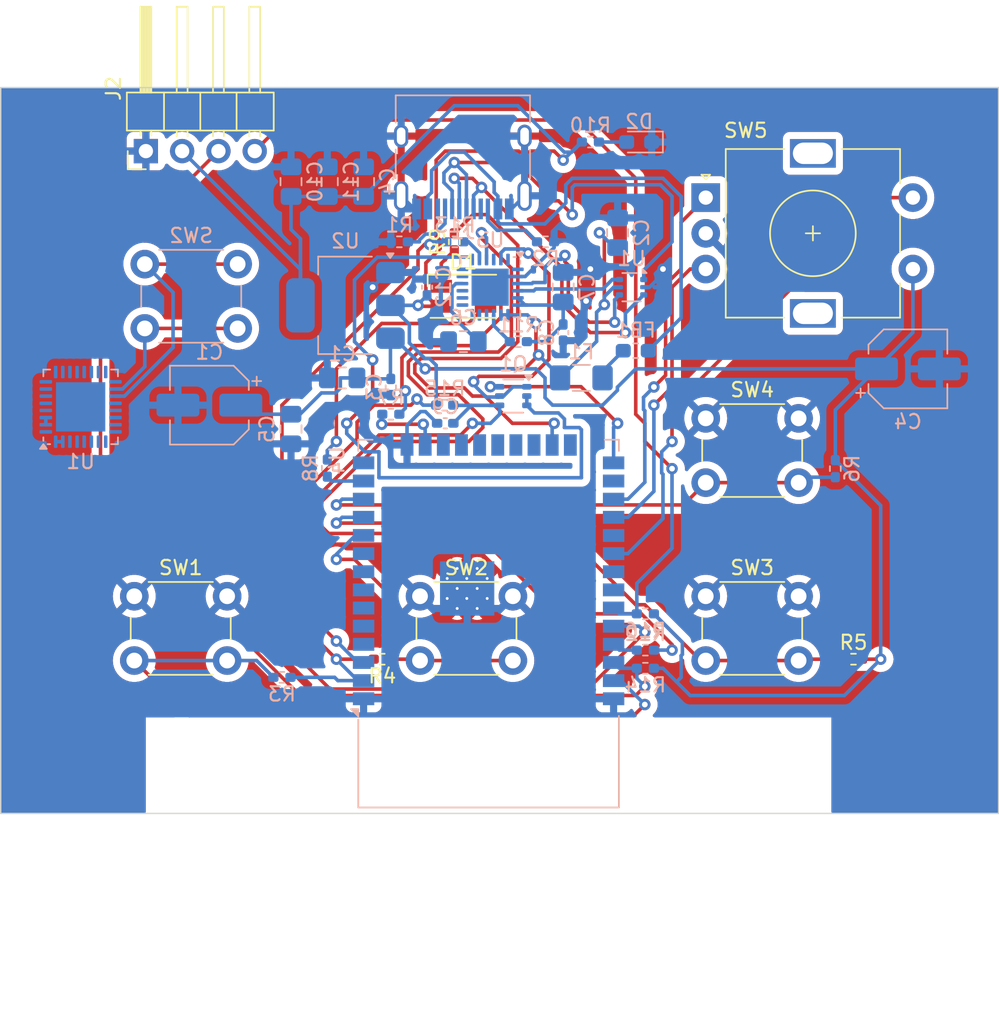
<source format=kicad_pcb>
(kicad_pcb (version 20240108) (generator "pcbnew") (generator_version "8.0")
  (layers (0 "F.Cu" signal) (31 "B.Cu" signal) (34 "B.Paste" user) (35 "F.Paste" user) (36 "B.SilkS" user "B.Silkscreen") (37 "F.SilkS" user "F.Silkscreen") (38 "B.Mask" user) (39 "F.Mask" user) (44 "Edge.Cuts" user))
  (net 0 "")
  (net 1 "Net-(U1-VDD_SPI{slash}GPIO11)")
  (net 2 "Net-(U1-SPIHD{slash}GPIO12)")
  (net 7 "Net-(U1-VDD3P3-Pad2)")
  (net 28 "Net-(U1-VDDA-Pad31)")
  (net 32 "+5V")
  (net 33 "GND")
  (net 34 "+3.3VA")
  (net 35 "Net-(U3-VPP)")
  (net 36 "+3.3V")
  (net 37 "/EN")
  (net 38 "Net-(F1-Pad1)")
  (net 39 "+5VP")
  (net 40 "Net-(J1-CC1)")
  (net 41 "Net-(J1-D--PadA7)")
  (net 42 "Net-(J1-CC2)")
  (net 43 "Net-(J1-D+-PadA6)")
  (net 46 "/SDA")
  (net 47 "/SCL")
  (net 48 "/DTR")
  (net 49 "/RTS")
  (net 50 "/IO0")
  (net 51 "Net-(U3-~{RST})")
  (net 52 "Net-(U3-TXD)")
  (net 53 "/RX")
  (net 54 "Net-(U3-RXD)")
  (net 55 "/TX")
  (net 56 "/LED_R")
  (net 57 "/LED_G")
  (net 58 "/LED_B")
  (net 59 "/Button1")
  (net 60 "/Button2")
  (net 61 "/Button3")
  (net 62 "/Button4")
  (net 63 "/RotaryEncoderSwitch")
  (net 64 "/RotaryCLK")
  (net 65 "/RotaryDT")
  (net 66 "Net-(U3-D+)")
  (net 67 "Net-(U3-D-)")
  (net 79 "Net-(D1-GK)")
  (net 80 "Net-(D1-BK)")
  (net 81 "Net-(D1-RK)")
  (net 82 "Net-(D2-A)")
  (footprint "Resistor_SMD:R_0402_1005Metric_Pad0.72x0.64mm_HandSolder" (layer "F.Cu") (at 180.34 65.405)
    (property "Reference" "R5")
    (property "Value" "4k7")
  )
  (footprint "LED_SMD:LED_RGB_Wuerth-PLCC4_3.2x2.8mm_150141M173100" (layer "F.Cu") (at 153.035 40.005)
    (property "Reference" "D1")
    (property "Value" "LED_RGBA")
  )
  (footprint "Button_Switch_THT:SW_PUSH_6mm_H4.3mm" (layer "F.Cu") (at 170 61)
    (property "Reference" "SW3")
    (property "Value" "SW_SPST")
  )
  (footprint "Button_Switch_THT:SW_PUSH_6mm_H4.3mm" (layer "F.Cu") (at 130 61)
    (property "Reference" "SW1")
    (property "Value" "SW_SPST")
  )
  (footprint "Button_Switch_THT:SW_PUSH_6mm_H4.3mm" (layer "F.Cu") (at 150 61)
    (property "Reference" "SW2")
    (property "Value" "SW_SPST")
  )
  (footprint "Resistor_SMD:R_0402_1005Metric_Pad0.72x0.64mm_HandSolder" (layer "F.Cu") (at 152.4 36.195 90)
    (property "Reference" "R9")
    (property "Value" "1K")
  )
  (footprint "Button_Switch_THT:SW_PUSH_6mm_H4.3mm" (layer "F.Cu") (at 170 48.55)
    (property "Reference" "SW4")
    (property "Value" "SW_SPST")
  )
  (footprint "Connector_PinHeader_2.54mm:PinHeader_1x04_P2.54mm_Horizontal" (layer "F.Cu") (at 130.81 29.845 90)
    (property "Reference" "J2")
    (property "Value" "Conn_01x04")
  )
  (footprint "Resistor_SMD:R_0402_1005Metric_Pad0.72x0.64mm_HandSolder" (layer "F.Cu") (at 147.3575 65.405 180)
    (property "Reference" "R4")
    (property "Value" "4k7")
  )
  (footprint "Rotary_Encoder:RotaryEncoder_Alps_EC11E-Switch_Vertical_H20mm" (layer "F.Cu") (at 170 33.1)
    (property "Reference" "SW5")
    (property "Value" "RotaryEncoder_Switch")
  )
  (footprint "RF_Module:ESP32-WROOM-32D" (layer "B.Cu") (at 154.8 59.925)
    (property "Reference" "U4")
    (property "Value" "ESP32-WROOM-32D")
  )
  (footprint "Resistor_SMD:R_0402_1005Metric_Pad0.72x0.64mm_HandSolder" (layer "B.Cu") (at 151.7275 47.625 180)
    (property "Reference" "R15")
    (property "Value" "10k")
  )
  (footprint "Package_DFN_QFN:QFN-24-1EP_4x4mm_P0.5mm_EP2.6x2.6mm" (layer "B.Cu") (at 154.9075 39.37 180)
    (property "Reference" "U3")
    (property "Value" "CP2104")
  )
  (footprint "Capacitor_SMD:CP_Elec_5x5.4" (layer "B.Cu") (at 184.15 45.085)
    (property "Reference" "C4")
    (property "Value" "22u")
  )
  (footprint "Resistor_SMD:R_0402_1005Metric_Pad0.72x0.64mm_HandSolder" (layer "B.Cu") (at 143.51 52.0325 -90)
    (property "Reference" "R8")
    (property "Value" "1K")
  )
  (footprint "Resistor_SMD:R_0402_1005Metric_Pad0.72x0.64mm_HandSolder" (layer "B.Cu") (at 152.4375 36.195 180)
    (property "Reference" "R13")
    (property "Value" "22R")
  )
  (footprint "Resistor_SMD:R_0402_1005Metric_Pad0.72x0.64mm_HandSolder" (layer "B.Cu") (at 165.7725 64.77 180)
    (property "Reference" "R12")
    (property "Value" "22R")
  )
  (footprint "Resistor_SMD:R_0402_1005Metric_Pad0.72x0.64mm_HandSolder" (layer "B.Cu") (at 148.5525 36.195 180)
    (property "Reference" "R1")
    (property "Value" "5k1")
  )
  (footprint "Package_TO_SOT_SMD:SOT-223-3_TabPin2" (layer "B.Cu") (at 144.78 40.64 180)
    (property "Reference" "U2")
    (property "Value" "LM1117MP-3.3")
  )
  (footprint "Capacitor_SMD:C_0402_1005Metric_Pad0.74x0.62mm_HandSolder" (layer "B.Cu") (at 151.765 48.895 180)
    (property "Reference" "C9")
    (property "Value" "100n")
  )
  (footprint "Capacitor_SMD:CP_Elec_5x5.4" (layer "B.Cu") (at 135.255 47.625 180)
    (property "Reference" "C1")
    (property "Value" "22u")
  )
  (footprint "Inductor_SMD:L_0603_1608Metric_Pad1.05x0.95mm_HandSolder" (layer "B.Cu") (at 165.1 43.815 180)
    (property "Reference" "FB1")
    (property "Value" "BLM21PG221")
  )
  (footprint "Capacitor_SMD:C_0805_2012Metric_Pad1.18x1.45mm_HandSolder" (layer "B.Cu") (at 146.05 31.9825 90)
    (property "Reference" "C4")
    (property "Value" "22u")
  )
  (footprint "Capacitor_SMD:C_0402_1005Metric_Pad0.74x0.62mm_HandSolder" (layer "B.Cu") (at 150.495 39.37 90)
    (property "Reference" "C12")
    (property "Value" "100n")
  )
  (footprint "Resistor_SMD:R_0402_1005Metric_Pad0.72x0.64mm_HandSolder" (layer "B.Cu") (at 161.925 29.21 180)
    (property "Reference" "R10")
    (property "Value" "1K")
  )
  (footprint "LED_SMD:LED_0603_1608Metric_Pad1.05x0.95mm_HandSolder" (layer "B.Cu") (at 165.34 29.21 180)
    (property "Reference" "D2")
    (property "Value" "LED")
  )
  (footprint "Connector_USB:USB_C_Receptacle_HRO_TYPE-C-31-M-12" (layer "B.Cu") (at 153 29.845)
    (property "Reference" "J1")
    (property "Value" "USB_C_Receptacle_USB2.0_16P")
  )
  (footprint "Capacitor_SMD:C_0402_1005Metric_Pad0.74x0.62mm_HandSolder" (layer "B.Cu") (at 160.02 42.545 -90)
    (property "Reference" "C8")
    (property "Value" "100n")
  )
  (footprint "Resistor_SMD:R_0402_1005Metric_Pad0.72x0.64mm_HandSolder" (layer "B.Cu") (at 179.07 52.07 90)
    (property "Reference" "R6")
    (property "Value" "4k7")
  )
  (footprint "Fuse:Fuse_1206_3216Metric_Pad1.42x1.75mm_HandSolder" (layer "B.Cu") (at 161.29 45.72 180)
    (property "Reference" "F1")
    (property "Value" "Polyfuse_1A")
  )
  (footprint "Resistor_SMD:R_0402_1005Metric_Pad0.72x0.64mm_HandSolder" (layer "B.Cu") (at 147.955 48.26 180)
    (property "Reference" "R7")
    (property "Value" "1K")
  )
  (footprint "Capacitor_SMD:C_0402_1005Metric_Pad0.74x0.62mm_HandSolder" (layer "B.Cu") (at 147.955 46.355 -90)
    (property "Reference" "C3")
    (property "Value" "100n")
  )
  (footprint "Capacitor_SMD:C_0805_2012Metric_Pad1.18x1.45mm_HandSolder" (layer "B.Cu") (at 153.035 43.18 180)
    (property "Reference" "C6")
    (property "Value" "4u7")
  )
  (footprint "Capacitor_SMD:C_0805_2012Metric_Pad1.18x1.45mm_HandSolder" (layer "B.Cu") (at 144.5475 45.72 180)
    (property "Reference" "C1")
    (property "Value" "22u")
  )
  (footprint "Capacitor_SMD:C_0805_2012Metric_Pad1.18x1.45mm_HandSolder" (layer "B.Cu") (at 140.97 49.2975 -90)
    (property "Reference" "C5")
    (property "Value" "4u7")
  )
  (footprint "Resistor_SMD:R_0402_1005Metric_Pad0.72x0.64mm_HandSolder" (layer "B.Cu") (at 165.7725 62.23)
    (property "Reference" "R16")
    (property "Value" "4k7")
  )
  (footprint "Package_DFN_QFN:QFN-32-1EP_5x5mm_P0.5mm_EP3.45x3.45mm" (layer "B.Cu") (at 126.245 47.745)
    (property "Reference" "U1")
    (property "Value" "ESP32-C3")
  )
  (footprint "Resistor_SMD:R_0402_1005Metric_Pad0.72x0.64mm_HandSolder" (layer "B.Cu") (at 158.7875 36.195)
    (property "Reference" "R2")
    (property "Value" "5k1")
  )
  (footprint "Capacitor_SMD:C_0805_2012Metric_Pad1.18x1.45mm_HandSolder" (layer "B.Cu") (at 163.83 35.56 90)
    (property "Reference" "C2")
    (property "Value" "22u")
  )
  (footprint "Resistor_SMD:R_0402_1005Metric_Pad0.72x0.64mm_HandSolder" (layer "B.Cu") (at 165.7725 66.04)
    (property "Reference" "R14")
    (property "Value" "4k7")
  )
  (footprint "Resistor_SMD:R_0402_1005Metric_Pad0.72x0.64mm_HandSolder" (layer "B.Cu") (at 156.8825 43.18 180)
    (property "Reference" "R11")
    (property "Value" "10K")
  )
  (footprint "Capacitor_SMD:C_0805_2012Metric_Pad1.18x1.45mm_HandSolder" (layer "B.Cu") (at 160.02 39.37 90)
    (property "Reference" "C7")
    (property "Value" "22u")
  )
  (footprint "Capacitor_SMD:C_0805_2012Metric_Pad1.18x1.45mm_HandSolder" (layer "B.Cu") (at 143.51 31.9825 90)
    (property "Reference" "C11")
    (property "Value" "22u")
  )
  (footprint "Resistor_SMD:R_0402_1005Metric_Pad0.72x0.64mm_HandSolder" (layer "B.Cu") (at 140.335 66.675)
    (property "Reference" "R3")
    (property "Value" "4k7")
  )
  (footprint "Capacitor_SMD:C_0805_2012Metric_Pad1.18x1.45mm_HandSolder" (layer "B.Cu") (at 140.97 31.9825 90)
    (property "Reference" "C10")
    (property "Value" "22u")
  )
  (footprint "Package_TO_SOT_SMD:SOT-666" (layer "B.Cu") (at 164.81 39.37 180)
    (property "Reference" "U1")
    (property "Value" "USBLC6-2P6")
  )
  (footprint "Button_Switch_THT:SW_PUSH_6mm" (layer "B.Cu") (at 137.235 37.755 180)
    (property "Reference" "SW2")
    (property "Value" "SW_Push")
  )
  (footprint "Package_TO_SOT_SMD:SOT-363_SC-70-6" (layer "B.Cu") (at 156.525 46.99 180)
    (property "Reference" "Q1")
    (property "Value" "UMH3N")
  )
  (gr_rect (start 120.65 25.4) (end 190.5 76.2) (stroke (width 0.1)) (fill none) (layer "Edge.Cuts"))
  (segment (start 137.235 42.255) (end 130.735 42.255) (width 0.25) (layer "F.Cu") (net 1))
  (segment (start 128.6825 46.495) (end 129.16974 46.495) (width 0.25) (layer "B.Cu") (net 1))
  (segment (start 130.735 44.92974) (end 130.735 42.255) (width 0.25) (layer "B.Cu") (net 1))
  (segment (start 129.16974 46.495) (end 130.735 44.92974) (width 0.25) (layer "B.Cu") (net 1))
  (segment (start 137.235 37.755) (end 130.735 37.755) (width 0.25) (layer "F.Cu") (net 2))
  (segment (start 132.715 43.586136) (end 132.715 39.735) (width 0.25) (layer "B.Cu") (net 2))
  (segment (start 128.6825 46.995) (end 129.306136 46.995) (width 0.25) (layer "B.Cu") (net 2))
  (segment (start 132.715 39.735) (end 130.735 37.755) (width 0.25) (layer "B.Cu") (net 2))
  (segment (start 129.306136 46.995) (end 132.715 43.586136) (width 0.25) (layer "B.Cu") (net 2))
  (segment (start 123.8075 48.495) (end 123.8075 48.995) (width 0.25) (layer "B.Cu") (net 7))
  (segment (start 124.495 50.1825) (end 124.995 50.1825) (width 0.25) (layer "B.Cu") (net 28))
  (segment (start 157.330158 45.085) (end 158.298297 44.116861) (width 0.25) (layer "F.Cu") (net 32))
  (segment (start 158.115 43.933564) (end 158.298297 44.116861) (width 0.25) (layer "F.Cu") (net 32))
  (segment (start 158.115 41.91) (end 158.115 43.933564) (width 0.25) (layer "F.Cu") (net 32))
  (segment (start 150.36 45.085) (end 157.330158 45.085) (width 0.25) (layer "F.Cu") (net 32))
  (segment (start 162.900384 35.900384) (end 162.900384 40.588683) (width 0.25) (layer "F.Cu") (net 32))
  (segment (start 162.56 35.56) (end 162.900384 35.900384) (width 0.25) (layer "F.Cu") (net 32))
  (via (at 162.900384 40.588683) (size 0.8) (drill 0.4) (layers "F.Cu" "B.Cu") (net 32))
  (via (at 162.56 35.56) (size 0.8) (drill 0.4) (layers "F.Cu" "B.Cu") (net 32))
  (via (at 158.298297 44.116861) (size 0.8) (drill 0.4) (layers "F.Cu" "B.Cu") (net 32))
  (via (at 150.36 45.085) (size 0.8) (drill 0.4) (layers "F.Cu" "B.Cu") (net 32))
  (via (at 158.115 41.91) (size 0.8) (drill 0.4) (layers "F.Cu" "B.Cu") (net 32))
  (segment (start 159.8025 45.72) (end 159.8025 45.621064) (width 0.25) (layer "B.Cu") (net 32))
  (segment (start 162.900384 40.029617) (end 163.560001 39.37) (width 0.25) (layer "B.Cu") (net 32))
  (segment (start 156.1575 41.3075) (end 155.6575 41.3075) (width 0.25) (layer "B.Cu") (net 32))
  (segment (start 144.4225 45.72) (end 144.4225 46.4401) (width 0.25) (layer "B.Cu") (net 32))
  (segment (start 162.900384 40.588683) (end 162.900384 40.029617) (width 0.25) (layer "B.Cu") (net 32))
  (segment (start 157.5125 41.3075) (end 158.115 41.91) (width 0.25) (layer "B.Cu") (net 32))
  (segment (start 147.93 45.7625) (end 147.955 45.7875) (width 0.25) (layer "B.Cu") (net 32))
  (segment (start 140.97 48.26) (end 138.09 48.26) (width 0.25) (layer "B.Cu") (net 32))
  (segment (start 163.5975 36.5975) (end 163.83 36.5975) (width 0.25) (layer "B.Cu") (net 32))
  (segment (start 143.095 46.77) (end 141.605 48.26) (width 0.25) (layer "B.Cu") (net 32))
  (segment (start 138.09 48.26) (end 137.455 47.625) (width 0.25) (layer "B.Cu") (net 32))
  (segment (start 162.36 43.1625) (end 159.8025 45.72) (width 0.25) (layer "B.Cu") (net 32))
  (segment (start 145.585 45.72) (end 144.4225 45.72) (width 0.25) (layer "B.Cu") (net 32))
  (segment (start 145.6525 45.7875) (end 145.585 45.72) (width 0.25) (layer "B.Cu") (net 32))
  (segment (start 162.56 35.56) (end 163.5975 36.5975) (width 0.25) (layer "B.Cu") (net 32))
  (segment (start 159.8025 45.621064) (end 158.298297 44.116861) (width 0.25) (layer "B.Cu") (net 32))
  (segment (start 147.955 45.7875) (end 145.6525 45.7875) (width 0.25) (layer "B.Cu") (net 32))
  (segment (start 162.900384 40.588683) (end 162.36 41.129067) (width 0.25) (layer "B.Cu") (net 32))
  (segment (start 144.0926 46.77) (end 143.095 46.77) (width 0.25) (layer "B.Cu") (net 32))
  (segment (start 156.1575 41.3075) (end 157.5125 41.3075) (width 0.25) (layer "B.Cu") (net 32))
  (segment (start 150.36 45.085) (end 148.215 42.94) (width 0.25) (layer "B.Cu") (net 32))
  (segment (start 148.215 42.94) (end 147.93 42.94) (width 0.25) (layer "B.Cu") (net 32))
  (segment (start 163.560001 39.37) (end 163.885 39.37) (width 0.25) (layer "B.Cu") (net 32))
  (segment (start 162.36 41.129067) (end 162.36 43.1625) (width 0.25) (layer "B.Cu") (net 32))
  (segment (start 147.93 42.94) (end 147.93 45.7625) (width 0.25) (layer "B.Cu") (net 32))
  (segment (start 144.4225 46.4401) (end 144.0926 46.77) (width 0.25) (layer "B.Cu") (net 32))
  (segment (start 141.605 48.26) (end 140.97 48.26) (width 0.25) (layer "B.Cu") (net 32))
  (via (at 167.005 38.1) (size 0.8) (drill 0.4) (layers "F.Cu" "B.Cu") (net 33))
  (via (at 146.685 39.37) (size 0.8) (drill 0.4) (layers "F.Cu" "B.Cu") (net 33))
  (via (at 161.624643 40.332393) (size 0.8) (drill 0.4) (layers "F.Cu" "B.Cu") (net 33))
  (via (at 161.925 38.1) (size 0.8) (drill 0.4) (layers "F.Cu" "B.Cu") (net 33))
  (segment (start 156.405 33.89) (end 157.32 32.975) (width 0.25) (layer "B.Cu") (net 33))
  (segment (start 147.715 38.34) (end 146.685 39.37) (width 0.25) (layer "B.Cu") (net 33))
  (segment (start 167.005 38.424999) (end 167.005 38.1) (width 0.25) (layer "B.Cu") (net 33))
  (segment (start 149.09 50.415) (end 149.09 49.03) (width 0.25) (layer "B.Cu") (net 33))
  (segment (start 166.059999 39.37) (end 167.005 38.424999) (width 0.25) (layer "B.Cu") (net 33))
  (segment (start 147.93 38.34) (end 147.715 38.34) (width 0.25) (layer "B.Cu") (net 33))
  (segment (start 150.045 48.075) (end 150.3775 48.075) (width 0.25) (layer "B.Cu") (net 33))
  (segment (start 156.25 33.89) (end 156.405 33.89) (width 0.25) (layer "B.Cu") (net 33))
  (segment (start 159.385 36.6) (end 159.385 36.195) (width 0.25) (layer "B.Cu") (net 33))
  (segment (start 149.75 33.89) (end 149.595 33.89) (width 0.25) (layer "B.Cu") (net 33))
  (segment (start 150.3775 48.075) (end 151.1975 48.895) (width 0.25) (layer "B.Cu") (net 33))
  (segment (start 165.735 39.37) (end 166.059999 39.37) (width 0.25) (layer "B.Cu") (net 33))
  (segment (start 156.845 38.62) (end 157.365 38.62) (width 0.25) (layer "B.Cu") (net 33))
  (segment (start 156.845 38.62) (end 155.6575 38.62) (width 0.25) (layer "B.Cu") (net 33))
  (segment (start 149.09 49.03) (end 150.045 48.075) (width 0.25) (layer "B.Cu") (net 33))
  (segment (start 157.365 38.62) (end 159.385 36.6) (width 0.25) (layer "B.Cu") (net 33))
  (segment (start 149.595 33.89) (end 148.68 32.975) (width 0.25) (layer "B.Cu") (net 33))
  (segment (start 155.6575 38.62) (end 154.9075 39.37) (width 0.25) (layer "B.Cu") (net 33))
  (segment (start 158.8175 43.18) (end 160.02 41.9775) (width 0.25) (layer "B.Cu") (net 34))
  (segment (start 159.405 40.62) (end 157.48 40.62) (width 0.25) (layer "B.Cu") (net 34))
  (segment (start 160.02 40.4075) (end 159.6175 40.4075) (width 0.25) (layer "B.Cu") (net 34))
  (segment (start 157.48 40.62) (end 157.345 40.62) (width 0.25) (layer "B.Cu") (net 34))
  (segment (start 157.48 40.62) (end 156.845 40.62) (width 0.25) (layer "B.Cu") (net 34))
  (segment (start 160.02 40.4075) (end 160.02 41.9775) (width 0.25) (layer "B.Cu") (net 34))
  (segment (start 159.6175 40.4075) (end 159.405 40.62) (width 0.25) (layer "B.Cu") (net 34))
  (segment (start 157.48 43.18) (end 158.8175 43.18) (width 0.25) (layer "B.Cu") (net 34))
  (segment (start 157.345 40.62) (end 156.845 40.12) (width 0.25) (layer "B.Cu") (net 34))
  (segment (start 152.8025 41.91) (end 152.8025 41.6775) (width 0.25) (layer "B.Cu") (net 35))
  (segment (start 154.0725 43.18) (end 152.8025 41.91) (width 0.25) (layer "B.Cu") (net 35))
  (segment (start 152.2325 39.39526) (end 152.50776 39.12) (width 0.25) (layer "B.Cu") (net 35))
  (segment (start 152.8025 41.6775) (end 152.2325 41.1075) (width 0.25) (layer "B.Cu") (net 35))
  (segment (start 152.50776 39.12) (end 152.97 39.12) (width 0.25) (layer "B.Cu") (net 35))
  (segment (start 152.2325 41.1075) (end 152.2325 39.39526) (width 0.25) (layer "B.Cu") (net 35))
  (segment (start 140.97 54.61) (end 140.97 62.23) (width 0.25) (layer "F.Cu") (net 36))
  (segment (start 159.385 29.845) (end 160.02 30.48) (width 0.25) (layer "F.Cu") (net 36))
  (segment (start 145.595 48.806396) (end 145.595 49.985) (width 0.25) (layer "F.Cu") (net 36))
  (segment (start 151.185 40.705) (end 150.41 39.93) (width 0.25) (layer "F.Cu") (net 36))
  (segment (start 140.97 62.23) (end 144.145 65.405) (width 0.25) (layer "F.Cu") (net 36))
  (segment (start 151.402653 36.077348) (end 151.13 35.804695) (width 0.25) (layer "F.Cu") (net 36))
  (segment (start 180.9375 65.405) (end 182.245 65.405) (width 0.25) (layer "F.Cu") (net 36))
  (segment (start 145.595 49.985) (end 140.97 54.61) (width 0.25) (layer "F.Cu") (net 36))
  (segment (start 151.13 30.48) (end 151.765 29.845) (width 0.25) (layer "F.Cu") (net 36))
  (segment (start 149.787443 47.199449) (end 149.361892 47.625) (width 0.25) (layer "F.Cu") (net 36))
  (segment (start 151.402653 36.677958) (end 151.402653 36.077348) (width 0.25) (layer "F.Cu") (net 36))
  (segment (start 157.661726 29.92) (end 157.736726 29.845) (width 0.25) (layer "F.Cu") (net 36))
  (segment (start 157.736726 29.845) (end 159.385 29.845) (width 0.25) (layer "F.Cu") (net 36))
  (segment (start 151.765 29.845) (end 156.903274 29.845) (width 0.25) (layer "F.Cu") (net 36))
  (segment (start 150.41 37.670611) (end 151.402653 36.677958) (width 0.25) (layer "F.Cu") (net 36))
  (segment (start 146.776396 47.625) (end 145.595 48.806396) (width 0.25) (layer "F.Cu") (net 36))
  (segment (start 151.13 35.804695) (end 151.13 30.48) (width 0.25) (layer "F.Cu") (net 36))
  (segment (start 144.145 65.405) (end 146.76 65.405) (width 0.25) (layer "F.Cu") (net 36))
  (segment (start 151.485 40.705) (end 149.925 40.705) (width 0.25) (layer "F.Cu") (net 36))
  (segment (start 149.361892 47.625) (end 146.776396 47.625) (width 0.25) (layer "F.Cu") (net 36))
  (segment (start 156.903274 29.845) (end 156.978274 29.92) (width 0.25) (layer "F.Cu") (net 36))
  (segment (start 156.978274 29.92) (end 157.661726 29.92) (width 0.25) (layer "F.Cu") (net 36))
  (segment (start 149.925 40.705) (end 149.86 40.64) (width 0.25) (layer "F.Cu") (net 36))
  (segment (start 150.41 39.93) (end 150.41 37.670611) (width 0.25) (layer "F.Cu") (net 36))
  (segment (start 151.485 40.705) (end 151.185 40.705) (width 0.25) (layer "F.Cu") (net 36))
  (via (at 182.245 65.405) (size 0.8) (drill 0.4) (layers "F.Cu" "B.Cu") (net 36))
  (via (at 149.787443 47.199449) (size 0.8) (drill 0.4) (layers "F.Cu" "B.Cu") (net 36))
  (via (at 144.145 65.405) (size 0.8) (drill 0.4) (layers "F.Cu" "B.Cu") (net 36))
  (via (at 160.02 30.48) (size 0.8) (drill 0.4) (layers "F.Cu" "B.Cu") (net 36))
  (via (at 149.86 40.64) (size 0.8) (drill 0.4) (layers "F.Cu" "B.Cu") (net 36))
  (segment (start 150.33995 44.36) (end 149.255 43.27505) (width 0.25) (layer "B.Cu") (net 36))
  (segment (start 149.86 40.5725) (end 150.495 39.9375) (width 0.25) (layer "B.Cu") (net 36))
  (segment (start 146.05 66.905) (end 145.645 66.905) (width 0.25) (layer "B.Cu") (net 36))
  (segment (start 151.13 45.085) (end 151.13 47.625) (width 0.25) (layer "B.Cu") (net 36))
  (segment (start 168.91 67.945) (end 179.705 67.945) (width 0.25) (layer "B.Cu") (net 36))
  (segment (start 167.9575 66.9925) (end 168.91 67.945) (width 0.25) (layer "B.Cu") (net 36))
  (segment (start 149.255 41.965) (end 147.93 40.64) (width 0.25) (layer "B.Cu") (net 36))
  (segment (start 133.35 29.845) (end 141.63 38.125) (width 0.25) (layer "B.Cu") (net 36))
  (segment (start 168.275 65.160305) (end 168.275 66.675) (width 0.25) (layer "B.Cu") (net 36))
  (segment (start 161.3275 29.21) (end 161.29 29.21) (width 0.25) (layer "B.Cu") (net 36))
  (segment (start 168.365 65.070305) (end 168.275 65.160305) (width 0.25) (layer "B.Cu") (net 36))
  (segment (start 151.13 45.085) (end 151.13 44.829695) (width 0.25) (layer "B.Cu") (net 36))
  (segment (start 152.4 26.67) (end 146.05 33.02) (width 0.25) (layer "B.Cu") (net 36))
  (segment (start 140.9325 66.675) (end 144.02 66.675) (width 0.25) (layer "B.Cu") (net 36))
  (segment (start 144.25 66.905) (end 146.05 66.905) (width 0.25) (layer "B.Cu") (net 36))
  (segment (start 143.51 33.02) (end 140.97 33.02) (width 0.25) (layer "B.Cu") (net 36))
  (segment (start 166.37 66.04) (end 167.005 66.04) (width 0.25) (layer "B.Cu") (net 36))
  (segment (start 181.95 45.085) (end 184.5 42.535) (width 0.25) (layer "B.Cu") (net 36))
  (segment (start 179.07 51.4725) (end 182.245 54.6475) (width 0.25) (layer "B.Cu") (net 36))
  (segment (start 165.1 45.085) (end 181.95 45.085) (width 0.25) (layer "B.Cu") (net 36))
  (segment (start 160.095 29.92) (end 156.845 26.67) (width 0.25) (layer "B.Cu") (net 36))
  (segment (start 161.29 29.21) (end 160.02 30.48) (width 0.25) (layer "B.Cu") (net 36))
  (segment (start 150.212994 47.625) (end 149.787443 47.199449) (width 0.25) (layer "B.Cu") (net 36))
  (segment (start 149.7925 40.64) (end 149.86 40.64) (width 0.25) (layer "B.Cu") (net 36))
  (segment (start 184.5 42.535) (end 184.5 38.1) (width 0.25) (layer "B.Cu") (net 36))
  (segment (start 149.86 40.64) (end 149.86 40.5725) (width 0.25) (layer "B.Cu") (net 36))
  (segment (start 156.845 26.67) (end 152.4 26.67) (width 0.25) (layer "B.Cu") (net 36))
  (segment (start 147.93 40.64) (end 149.7925 40.64) (width 0.25) (layer "B.Cu") (net 36))
  (segment (start 182.245 54.6475) (end 182.245 65.405) (width 0.25) (layer "B.Cu") (net 36))
  (segment (start 163.815 46.37) (end 165.1 45.085) (width 0.25) (layer "B.Cu") (net 36))
  (segment (start 151.13 45.085) (end 158.115 45.085) (width 0.25) (layer "B.Cu") (net 36))
  (segment (start 166.37 62.23) (end 168.365 64.225) (width 0.25) (layer "B.Cu") (net 36))
  (segment (start 143.51 33.02) (end 146.05 33.02) (width 0.25) (layer "B.Cu") (net 36))
  (segment (start 141.63 40.64) (end 141.63 35.9875) (width 0.25) (layer "B.Cu") (net 36))
  (segment (start 140.995 33.045) (end 140.97 33.02) (width 0.25) (layer "B.Cu") (net 36))
  (segment (start 150.660305 44.36) (end 150.33995 44.36) (width 0.25) (layer "B.Cu") (net 36))
  (segment (start 161.3275 29.21) (end 160.6175 29.92) (width 0.25) (layer "B.Cu") (net 36))
  (segment (start 168.365 64.225) (end 168.365 65.070305) (width 0.25) (layer "B.Cu") (net 36))
  (segment (start 162.7801 47.625) (end 163.815 46.5901) (width 0.25) (layer "B.Cu") (net 36))
  (segment (start 158.115 45.085) (end 158.75 45.72) (width 0.25) (layer "B.Cu") (net 36))
  (segment (start 151.13 44.829695) (end 150.660305 44.36) (width 0.25) (layer "B.Cu") (net 36))
  (segment (start 179.07 47.965) (end 181.95 45.085) (width 0.25) (layer "B.Cu") (net 36))
  (segment (start 159.27495 47.625) (end 162.7801 47.625) (width 0.25) (layer "B.Cu") (net 36))
  (segment (start 168.275 66.675) (end 167.9575 66.9925) (width 0.25) (layer "B.Cu") (net 36))
  (segment (start 179.07 51.4725) (end 179.07 47.965) (width 0.25) (layer "B.Cu") (net 36))
  (segment (start 140.97 35.3275) (end 140.97 33.02) (width 0.25) (layer "B.Cu") (net 36))
  (segment (start 179.705 67.945) (end 182.245 65.405) (width 0.25) (layer "B.Cu") (net 36))
  (segment (start 160.6175 29.92) (end 160.095 29.92) (width 0.25) (layer "B.Cu") (net 36))
  (segment (start 144.02 66.675) (end 144.25 66.905) (width 0.25) (layer "B.Cu") (net 36))
  (segment (start 141.63 35.9875) (end 140.97 35.3275) (width 0.25) (layer "B.Cu") (net 36))
  (segment (start 158.75 45.72) (end 158.75 47.10005) (width 0.25) (layer "B.Cu") (net 36))
  (segment (start 151.13 47.625) (end 150.212994 47.625) (width 0.25) (layer "B.Cu") (net 36))
  (segment (start 141.63 38.125) (end 141.63 40.64) (width 0.25) (layer "B.Cu") (net 36))
  (segment (start 149.7925 40.64) (end 149.7925 40.64) (width 0.25) (layer "B.Cu") (net 36))
  (segment (start 167.005 66.04) (end 167.9575 66.9925) (width 0.25) (layer "B.Cu") (net 36))
  (segment (start 145.645 66.905) (end 144.145 65.405) (width 0.25) (layer "B.Cu") (net 36))
  (segment (start 149.255 43.27505) (end 149.255 41.965) (width 0.25) (layer "B.Cu") (net 36))
  (segment (start 158.75 47.10005) (end 159.27495 47.625) (width 0.25) (layer "B.Cu") (net 36))
  (segment (start 163.815 46.5901) (end 163.815 46.37) (width 0.25) (layer "B.Cu") (net 36))
  (segment (start 152.85 49.715) (end 153.67 48.895) (width 0.25) (layer "F.Cu") (net 37))
  (segment (start 141.605 55.245) (end 147.135 49.715) (width 0.25) (layer "F.Cu") (net 37))
  (segment (start 147.135 49.715) (end 152.85 49.715) (width 0.25) (layer "F.Cu") (net 37))
  (segment (start 141.605 61.595) (end 141.605 55.245) (width 0.25) (layer "F.Cu") (net 37))
  (segment (start 144.145 64.135) (end 141.605 61.595) (width 0.25) (layer "F.Cu") (net 37))
  (via (at 144.145 64.135) (size 0.8) (drill 0.4) (layers "F.Cu" "B.Cu") (net 37))
  (via (at 153.67 48.895) (size 0.8) (drill 0.4) (layers "F.Cu" "B.Cu") (net 37))
  (segment (start 146.05 65.635) (end 145.645 65.635) (width 0.25) (layer "B.Cu") (net 37))
  (segment (start 152.34 47.64) (end 152.325 47.625) (width 0.25) (layer "B.Cu") (net 37))
  (segment (start 155.575 47.64) (end 152.34 47.64) (width 0.25) (layer "B.Cu") (net 37))
  (segment (start 155.575 48.26) (end 154.94 48.895) (width 0.25) (layer "B.Cu") (net 37))
  (segment (start 155.26 47.64) (end 154.8575 47.64) (width 0.25) (layer "B.Cu") (net 37))
  (segment (start 145.645 65.635) (end 144.145 64.135) (width 0.25) (layer "B.Cu") (net 37))
  (segment (start 154.94 48.895) (end 153.67 48.895) (width 0.25) (layer "B.Cu") (net 37))
  (segment (start 153.5875 47.64) (end 152.3325 48.895) (width 0.25) (layer "B.Cu") (net 37))
  (segment (start 155.575 47.64) (end 155.575 48.26) (width 0.25) (layer "B.Cu") (net 37))
  (segment (start 162.7775 45.72) (end 162.7775 45.2625) (width 0.25) (layer "B.Cu") (net 38))
  (segment (start 162.7775 45.2625) (end 164.225 43.815) (width 0.25) (layer "B.Cu") (net 38))
  (segment (start 160.653604 31.75) (end 167.005 31.75) (width 0.25) (layer "B.Cu") (net 39))
  (segment (start 168.275 41.515) (end 165.975 43.815) (width 0.25) (layer "B.Cu") (net 39))
  (segment (start 160.205 32.198604) (end 160.653604 31.75) (width 0.25) (layer "B.Cu") (net 39))
  (segment (start 168.275 33.02) (end 168.275 41.515) (width 0.25) (layer "B.Cu") (net 39))
  (segment (start 167.005 31.75) (end 168.275 33.02) (width 0.25) (layer "B.Cu") (net 39))
  (segment (start 155.45 34.8) (end 155.59 34.94) (width 0.25) (layer "B.Cu") (net 39))
  (segment (start 150.81 31.209695) (end 150.81 32.734949) (width 0.25) (layer "B.Cu") (net 39))
  (segment (start 158.735 34.94) (end 160.205 33.47) (width 0.25) (layer "B.Cu") (net 39))
  (segment (start 160.205 33.47) (end 160.205 32.198604) (width 0.25) (layer "B.Cu") (net 39))
  (segment (start 153.11 29.92) (end 152.099695 29.92) (width 0.25) (layer "B.Cu") (net 39))
  (segment (start 155.59 34.94) (end 158.735 34.94) (width 0.25) (layer "B.Cu") (net 39))
  (segment (start 155.45 33.89) (end 155.45 34.8) (width 0.25) (layer "B.Cu") (net 39))
  (segment (start 155.19 32.734949) (end 155.19 32) (width 0.25) (layer "B.Cu") (net 39))
  (segment (start 155.19 32) (end 153.11 29.92) (width 0.25) (layer "B.Cu") (net 39))
  (segment (start 150.81 32.734949) (end 150.55 32.994949) (width 0.25) (layer "B.Cu") (net 39))
  (segment (start 155.45 32.994949) (end 155.19 32.734949) (width 0.25) (layer "B.Cu") (net 39))
  (segment (start 155.45 33.89) (end 155.45 32.994949) (width 0.25) (layer "B.Cu") (net 39))
  (segment (start 152.099695 29.92) (end 150.81 31.209695) (width 0.25) (layer "B.Cu") (net 39))
  (segment (start 150.55 32.994949) (end 150.55 33.89) (width 0.25) (layer "B.Cu") (net 39))
  (segment (start 151.75 34.915) (end 151.75 33.89) (width 0.25) (layer "B.Cu") (net 40))
  (segment (start 149.952653 36.195) (end 149.952653 36.077348) (width 0.25) (layer "B.Cu") (net 40))
  (segment (start 149.952653 36.077348) (end 150.377348 35.652653) (width 0.25) (layer "B.Cu") (net 40))
  (segment (start 151.012347 35.652653) (end 151.75 34.915) (width 0.25) (layer "B.Cu") (net 40))
  (segment (start 149.15 36.195) (end 149.952653 36.195) (width 0.25) (layer "B.Cu") (net 40))
  (segment (start 150.377348 35.652653) (end 151.012347 35.652653) (width 0.25) (layer "B.Cu") (net 40))
  (segment (start 159.688274 33.323274) (end 159.385 33.323274) (width 0.25) (layer "F.Cu") (net 41))
  (segment (start 160.655 34.29) (end 159.688274 33.323274) (width 0.25) (layer "F.Cu") (net 41))
  (segment (start 156.706726 30.645) (end 152.4 30.645) (width 0.25) (layer "F.Cu") (net 41))
  (segment (start 159.385 33.323274) (end 156.706726 30.645) (width 0.25) (layer "F.Cu") (net 41))
  (via (at 152.4 30.645) (size 0.8) (drill 0.4) (layers "F.Cu" "B.Cu") (net 41))
  (via (at 160.655 34.29) (size 0.8) (drill 0.4) (layers "F.Cu" "B.Cu") (net 41))
  (segment (start 152.25 32.625305) (end 151.675 32.050305) (width 0.25) (layer "B.Cu") (net 41))
  (segment (start 160.655 34.29) (end 160.655 32.385) (width 0.25) (layer "B.Cu") (net 41))
  (segment (start 152.25 33.89) (end 152.25 32.625305) (width 0.25) (layer "B.Cu") (net 41))
  (segment (start 167.64 33.021396) (end 167.64 36.195) (width 0.25) (layer "B.Cu") (net 41))
  (segment (start 151.675 31.37) (end 152.4 30.645) (width 0.25) (layer "B.Cu") (net 41))
  (segment (start 151.675 32.050305) (end 151.675 31.37) (width 0.25) (layer "B.Cu") (net 41))
  (segment (start 160.655 32.385) (end 160.84 32.2) (width 0.25) (layer "B.Cu") (net 41))
  (segment (start 167.64 36.195) (end 165.66 38.175) (width 0.25) (layer "B.Cu") (net 41))
  (segment (start 153.25 33.89) (end 153.25 31.495) (width 0.25) (layer "B.Cu") (net 41))
  (segment (start 165.66 38.175) (end 165.66 38.8325) (width 0.25) (layer "B.Cu") (net 41))
  (segment (start 153.25 31.495) (end 152.4 30.645) (width 0.25) (layer "B.Cu") (net 41))
  (segment (start 166.818604 32.2) (end 167.64 33.021396) (width 0.25) (layer "B.Cu") (net 41))
  (segment (start 160.84 32.2) (end 166.818604 32.2) (width 0.25) (layer "B.Cu") (net 41))
  (segment (start 155.403604 35.39) (end 154.75 34.736396) (width 0.25) (layer "B.Cu") (net 42))
  (segment (start 154.75 34.736396) (end 154.75 33.89) (width 0.25) (layer "B.Cu") (net 42))
  (segment (start 158.19 36.195) (end 157.385 35.39) (width 0.25) (layer "B.Cu") (net 42))
  (segment (start 157.385 35.39) (end 155.403604 35.39) (width 0.25) (layer "B.Cu") (net 42))
  (segment (start 161.925 42.545) (end 159.93 40.55) (width 0.25) (layer "F.Cu") (net 43))
  (segment (start 159.93 40.55) (end 159.93 38.01) (width 0.25) (layer "F.Cu") (net 43))
  (segment (start 152.4 31.75) (end 153.67 31.75) (width 0.25) (layer "F.Cu") (net 43))
  (segment (start 159.93 38.01) (end 154.305 32.385) (width 0.25) (layer "F.Cu") (net 43))
  (segment (start 153.67 31.75) (end 154.305 32.385) (width 0.25) (layer "F.Cu") (net 43))
  (segment (start 164.375 42.545) (end 161.925 42.545) (width 0.25) (layer "F.Cu") (net 43))
  (via (at 154.305 32.385) (size 0.8) (drill 0.4) (layers "F.Cu" "B.Cu") (net 43))
  (via (at 164.375 42.545) (size 0.8) (drill 0.4) (layers "F.Cu" "B.Cu") (net 43))
  (via (at 152.4 31.75) (size 0.8) (drill 0.4) (layers "F.Cu" "B.Cu") (net 43))
  (segment (start 153.75 33.89) (end 153.75 32.94) (width 0.25) (layer "B.Cu") (net 43))
  (segment (start 164.375 41.1925) (end 165.66 39.9075) (width 0.25) (layer "B.Cu") (net 43))
  (segment (start 164.375 42.545) (end 164.375 41.1925) (width 0.25) (layer "B.Cu") (net 43))
  (segment (start 153.75 32.94) (end 154.305 32.385) (width 0.25) (layer "B.Cu") (net 43))
  (segment (start 152.75 33.89) (end 152.75 32.1) (width 0.25) (layer "B.Cu") (net 43))
  (segment (start 152.75 32.1) (end 152.4 31.75) (width 0.25) (layer "B.Cu") (net 43))
  (segment (start 165.1 48.26) (end 165.1 31.75) (width 0.25) (layer "F.Cu") (net 46))
  (segment (start 165.735 50.165) (end 165.735 48.895) (width 0.25) (layer "F.Cu") (net 46))
  (segment (start 165.735 48.895) (end 165.1 48.26) (width 0.25) (layer "F.Cu") (net 46))
  (segment (start 140.605 27.67) (end 138.43 29.845) (width 0.25) (layer "F.Cu") (net 46))
  (segment (start 165.1 31.75) (end 161.02 27.67) (width 0.25) (layer "F.Cu") (net 46))
  (segment (start 167.64 52.07) (end 165.735 50.165) (width 0.25) (layer "F.Cu") (net 46))
  (segment (start 161.02 27.67) (end 140.605 27.67) (width 0.25) (layer "F.Cu") (net 46))
  (via (at 167.64 52.07) (size 0.8) (drill 0.4) (layers "F.Cu" "B.Cu") (net 46))
  (segment (start 165.175 62.23) (end 163.955 62.23) (width 0.25) (layer "B.Cu") (net 46))
  (segment (start 165.175 60.1) (end 165.175 62.23) (width 0.25) (layer "B.Cu") (net 46))
  (segment (start 163.955 62.23) (end 163.55 61.825) (width 0.25) (layer "B.Cu") (net 46))
  (segment (start 163.6 61.825) (end 163.83 61.595) (width 0.25) (layer "B.Cu") (net 46))
  (segment (start 167.64 57.635) (end 165.175 60.1) (width 0.25) (layer "B.Cu") (net 46))
  (segment (start 167.64 52.07) (end 167.64 57.635) (width 0.25) (layer "B.Cu") (net 46))
  (segment (start 137.16 63.5) (end 134.62 63.5) (width 0.25) (layer "F.Cu") (net 47))
  (segment (start 127.635 54.008833) (end 127.635 38.1) (width 0.25) (layer "F.Cu") (net 47))
  (segment (start 165.1 67.945) (end 141.605 67.945) (width 0.25) (layer "F.Cu") (net 47))
  (segment (start 141.605 67.945) (end 137.16 63.5) (width 0.25) (layer "F.Cu") (net 47))
  (segment (start 134.62 63.5) (end 134.62 60.993833) (width 0.25) (layer "F.Cu") (net 47))
  (segment (start 165.735 67.31) (end 165.1 67.945) (width 0.25) (layer "F.Cu") (net 47))
  (segment (start 134.62 60.993833) (end 127.635 54.008833) (width 0.25) (layer "F.Cu") (net 47))
  (segment (start 127.635 38.1) (end 135.89 29.845) (width 0.25) (layer "F.Cu") (net 47))
  (via (at 165.735 67.31) (size 0.8) (drill 0.4) (layers "F.Cu" "B.Cu") (net 47))
  (segment (start 163.6 65.635) (end 163.83 65.405) (width 0.25) (layer "B.Cu") (net 47))
  (segment (start 163.955 66.04) (end 163.55 65.635) (width 0.25) (layer "B.Cu") (net 47))
  (segment (start 165.175 66.04) (end 163.955 66.04) (width 0.25) (layer "B.Cu") (net 47))
  (segment (start 165.175 66.75) (end 165.735 67.31) (width 0.25) (layer "B.Cu") (net 47))
  (segment (start 165.175 66.04) (end 165.175 66.75) (width 0.25) (layer "B.Cu") (net 47))
  (segment (start 159.023297 44.417166) (end 157.832641 45.607822) (width 0.25) (layer "F.Cu") (net 48))
  (segment (start 154.12848 45.607822) (end 153.753348 45.982954) (width 0.25) (layer "F.Cu") (net 48))
  (segment (start 157.57 36.986739) (end 159.023297 38.440036) (width 0.25) (layer "F.Cu") (net 48))
  (segment (start 157.832641 45.607822) (end 154.12848 45.607822) (width 0.25) (layer "F.Cu") (net 48))
  (segment (start 159.023297 38.440036) (end 159.023297 44.417166) (width 0.25) (layer "F.Cu") (net 48))
  (via (at 153.753348 45.982954) (size 0.8) (drill 0.4) (layers "F.Cu" "B.Cu") (net 48))
  (via (at 157.57 36.986739) (size 0.8) (drill 0.4) (layers "F.Cu" "B.Cu") (net 48))
  (segment (start 155.507178 47.057822) (end 154.624475 47.057822) (width 0.25) (layer "B.Cu") (net 48))
  (segment (start 155.93276 36.695) (end 155.6575 36.97026) (width 0.25) (layer "B.Cu") (net 48))
  (segment (start 153.753348 46.186695) (end 153.753348 45.982954) (width 0.25) (layer "B.Cu") (net 48))
  (segment (start 155.853812 46.99) (end 155.575 46.99) (width 0.25) (layer "B.Cu") (net 48))
  (segment (start 155.575 46.99) (end 155.507178 47.057822) (width 0.25) (layer "B.Cu") (net 48))
  (segment (start 157.278261 36.695) (end 155.93276 36.695) (width 0.25) (layer "B.Cu") (net 48))
  (segment (start 157.475 46.34) (end 156.503812 46.34) (width 0.25) (layer "B.Cu") (net 48))
  (segment (start 157.57 36.986739) (end 157.278261 36.695) (width 0.25) (layer "B.Cu") (net 48))
  (segment (start 154.624475 47.057822) (end 153.753348 46.186695) (width 0.25) (layer "B.Cu") (net 48))
  (segment (start 156.503812 46.34) (end 155.853812 46.99) (width 0.25) (layer "B.Cu") (net 48))
  (segment (start 155.6575 36.97026) (end 155.6575 37.4325) (width 0.25) (layer "B.Cu") (net 48))
  (segment (start 144.87 48.895) (end 146.685 47.08) (width 0.25) (layer "F.Cu") (net 49))
  (segment (start 146.685 47.08) (end 146.685 44.45) (width 0.25) (layer "F.Cu") (net 49))
  (via (at 144.87 48.895) (size 0.8) (drill 0.4) (layers "F.Cu" "B.Cu") (net 49))
  (via (at 146.685 44.45) (size 0.8) (drill 0.4) (layers "F.Cu" "B.Cu") (net 49))
  (segment (start 144.87 48.895) (end 144.87 49.62) (width 0.25) (layer "B.Cu") (net 49))
  (segment (start 147.125 52.705) (end 161.295 52.705) (width 0.25) (layer "B.Cu") (net 49))
  (segment (start 161.295 49.34) (end 161.150305 49.195305) (width 0.25) (layer "B.Cu") (net 49))
  (segment (start 147.125 50.89) (end 147.125 52.705) (width 0.25) (layer "B.Cu") (net 49))
  (segment (start 153.6575 37.4325) (end 153.49 37.265) (width 0.25) (layer "B.Cu") (net 49))
  (segment (start 146.14 50.89) (end 147.125 50.89) (width 0.25) (layer "B.Cu") (net 49))
  (segment (start 161.295 52.705) (end 161.295 49.34) (width 0.25) (layer "B.Cu") (net 49))
  (segment (start 145.415 38.86505) (end 145.415 43.18) (width 0.25) (layer "B.Cu") (net 49))
  (segment (start 161.150305 49.195305) (end 160.11 49.195305) (width 0.25) (layer "B.Cu") (net 49))
  (segment (start 160.11 49.195305) (end 160.11 48.594695) (width 0.25) (layer "B.Cu") (net 49))
  (segment (start 147.01505 37.265) (end 145.415 38.86505) (width 0.25) (layer "B.Cu") (net 49))
  (segment (start 160.11 48.594695) (end 159.685305 48.17) (width 0.25) (layer "B.Cu") (net 49))
  (segment (start 153.49 37.265) (end 147.01505 37.265) (width 0.25) (layer "B.Cu") (net 49))
  (segment (start 157.475 46.99) (end 157.475 47.64) (width 0.25) (layer "B.Cu") (net 49))
  (segment (start 145.415 43.18) (end 146.685 44.45) (width 0.25) (layer "B.Cu") (net 49))
  (segment (start 144.87 49.62) (end 146.14 50.89) (width 0.25) (layer "B.Cu") (net 49))
  (segment (start 159.685305 48.17) (end 158.005 48.17) (width 0.25) (layer "B.Cu") (net 49))
  (segment (start 158.005 48.17) (end 157.475 47.64) (width 0.25) (layer "B.Cu") (net 49))
  (segment (start 154.92478 46.332822) (end 161.267822 46.332822) (width 0.25) (layer "F.Cu") (net 50))
  (segment (start 161.267822 46.332822) (end 163.83 48.895) (width 0.25) (layer "F.Cu") (net 50))
  (via (at 154.92478 46.332822) (size 0.8) (drill 0.4) (layers "F.Cu" "B.Cu") (net 50))
  (via (at 163.83 48.895) (size 0.8) (drill 0.4) (layers "F.Cu" "B.Cu") (net 50))
  (segment (start 163.55 51.665) (end 163.55 49.175) (width 0.25) (layer "B.Cu") (net 50))
  (segment (start 154.92478 46.332822) (end 154.931958 46.34) (width 0.25) (layer "B.Cu") (net 50))
  (segment (start 163.55 49.175) (end 163.83 48.895) (width 0.25) (layer "B.Cu") (net 50))
  (segment (start 154.931958 46.34) (end 155.575 46.34) (width 0.25) (layer "B.Cu") (net 50))
  (segment (start 156.285 43.18) (end 155.1575 42.0525) (width 0.25) (layer "B.Cu") (net 51))
  (segment (start 155.1575 42.0525) (end 155.1575 41.3075) (width 0.25) (layer "B.Cu") (net 51))
  (segment (start 147.321396 50.165) (end 153.425305 50.165) (width 0.25) (layer "F.Cu") (net 52))
  (segment (start 152.700305 46.9) (end 150.513299 46.9) (width 0.25) (layer "F.Cu") (net 52))
  (segment (start 167.64 64.379695) (end 165.490305 62.23) (width 0.25) (layer "F.Cu") (net 52))
  (segment (start 155.478604 43.91) (end 156.395 42.993604) (width 0.25) (layer "F.Cu") (net 52))
  (segment (start 165.490305 62.23) (end 159.603833 62.23) (width 0.25) (layer "F.Cu") (net 52))
  (segment (start 153.978833 56.605) (end 143.6 56.605) (width 0.25) (layer "F.Cu") (net 52))
  (segment (start 154.395 48.594695) (end 152.700305 46.9) (width 0.25) (layer "F.Cu") (net 52))
  (segment (start 159.603833 62.23) (end 153.978833 56.605) (width 0.25) (layer "F.Cu") (net 52))
  (segment (start 150.513299 46.9) (end 149.185 45.571701) (width 0.25) (layer "F.Cu") (net 52))
  (segment (start 154.395 49.195305) (end 154.395 48.594695) (width 0.25) (layer "F.Cu") (net 52))
  (segment (start 156.395 42.993604) (end 156.395 38.040305) (width 0.25) (layer "F.Cu") (net 52))
  (segment (start 149.185 45.571701) (end 149.185 44.598299) (width 0.25) (layer "F.Cu") (net 52))
  (segment (start 143.6 56.605) (end 142.875 55.88) (width 0.25) (layer "F.Cu") (net 52))
  (segment (start 142.875 54.611396) (end 147.321396 50.165) (width 0.25) (layer "F.Cu") (net 52))
  (segment (start 142.875 55.88) (end 142.875 54.611396) (width 0.25) (layer "F.Cu") (net 52))
  (segment (start 167.64 64.77) (end 167.64 64.379695) (width 0.25) (layer "F.Cu") (net 52))
  (segment (start 156.395 38.040305) (end 154.305 35.950305) (width 0.25) (layer "F.Cu") (net 52))
  (segment (start 149.873299 43.91) (end 155.478604 43.91) (width 0.25) (layer "F.Cu") (net 52))
  (segment (start 154.305 35.950305) (end 154.305 35.56) (width 0.25) (layer "F.Cu") (net 52))
  (segment (start 153.425305 50.165) (end 154.395 49.195305) (width 0.25) (layer "F.Cu") (net 52))
  (segment (start 149.185 44.598299) (end 149.873299 43.91) (width 0.25) (layer "F.Cu") (net 52))
  (via (at 167.64 64.77) (size 0.8) (drill 0.4) (layers "F.Cu" "B.Cu") (net 52))
  (via (at 154.305 35.56) (size 0.8) (drill 0.4) (layers "F.Cu" "B.Cu") (net 52))
  (segment (start 166.37 64.77) (end 167.64 64.77) (width 0.25) (layer "B.Cu") (net 52))
  (segment (start 154.6575 35.9125) (end 154.305 35.56) (width 0.25) (layer "B.Cu") (net 52))
  (segment (start 154.6575 37.4325) (end 154.6575 35.9125) (width 0.25) (layer "B.Cu") (net 52))
  (segment (start 163.955 64.77) (end 163.55 64.365) (width 0.25) (layer "B.Cu") (net 53))
  (segment (start 165.175 64.77) (end 163.955 64.77) (width 0.25) (layer "B.Cu") (net 53))
  (segment (start 153.035 36.195) (end 153.392499 36.195) (width 0.25) (layer "B.Cu") (net 54))
  (segment (start 154.1575 36.960001) (end 154.1575 37.4325) (width 0.25) (layer "B.Cu") (net 54))
  (segment (start 153.392499 36.195) (end 154.1575 36.960001) (width 0.25) (layer "B.Cu") (net 54))
  (segment (start 149.86 36.83) (end 149.86 38.1) (width 0.25) (layer "F.Cu") (net 55))
  (segment (start 140.335 64.135) (end 143.695 67.495) (width 0.25) (layer "F.Cu") (net 55))
  (segment (start 149.86 38.1) (end 140.335 47.625) (width 0.25) (layer "F.Cu") (net 55))
  (segment (start 140.335 47.625) (end 140.335 64.135) (width 0.25) (layer "F.Cu") (net 55))
  (segment (start 150.677653 36.377653) (end 150.312347 36.377653) (width 0.25) (layer "F.Cu") (net 55))
  (segment (start 161.74 67.495) (end 165.735 63.5) (width 0.25) (layer "F.Cu") (net 55))
  (segment (start 150.312347 36.377653) (end 149.86 36.83) (width 0.25) (layer "F.Cu") (net 55))
  (segment (start 143.695 67.495) (end 161.74 67.495) (width 0.25) (layer "F.Cu") (net 55))
  (via (at 165.735 63.5) (size 0.8) (drill 0.4) (layers "F.Cu" "B.Cu") (net 55))
  (via (at 150.677653 36.377653) (size 0.8) (drill 0.4) (layers "F.Cu" "B.Cu") (net 55))
  (segment (start 165.33 63.095) (end 165.735 63.5) (width 0.25) (layer "B.Cu") (net 55))
  (segment (start 150.860306 36.195) (end 150.677653 36.377653) (width 0.25) (layer "B.Cu") (net 55))
  (segment (start 151.84 36.195) (end 150.860306 36.195) (width 0.25) (layer "B.Cu") (net 55))
  (segment (start 163.55 63.095) (end 165.33 63.095) (width 0.25) (layer "B.Cu") (net 55))
  (segment (start 147.32 48.961689) (end 150.226142 48.961689) (width 0.25) (layer "F.Cu") (net 56))
  (via (at 150.226142 48.961689) (size 0.8) (drill 0.4) (layers "F.Cu" "B.Cu") (net 56))
  (via (at 147.32 48.961689) (size 0.8) (drill 0.4) (layers "F.Cu" "B.Cu") (net 56))
  (segment (start 150.36 50.415) (end 150.36 49.095547) (width 0.25) (layer "B.Cu") (net 56))
  (segment (start 150.36 49.095547) (end 150.226142 48.961689) (width 0.25) (layer "B.Cu") (net 56))
  (segment (start 147.32 48.2975) (end 147.3575 48.26) (width 0.25) (layer "B.Cu") (net 56))
  (segment (start 147.32 48.961689) (end 147.32 48.2975) (width 0.25) (layer "B.Cu") (net 56))
  (segment (start 143.815 52.935) (end 143.51 52.63) (width 0.25) (layer "B.Cu") (net 57))
  (segment (start 146.05 52.935) (end 143.815 52.935) (width 0.25) (layer "B.Cu") (net 57))
  (segment (start 153.67 46.99) (end 153.101545 46.421545) (width 0.25) (layer "F.Cu") (net 58))
  (segment (start 156.845 43.18) (end 156.845 36.439695) (width 0.25) (layer "F.Cu") (net 58))
  (segment (start 159.385 48.895) (end 156.461653 48.895) (width 0.25) (layer "F.Cu") (net 58))
  (segment (start 153.101545 46.421545) (end 150.67124 46.421545) (width 0.25) (layer "F.Cu") (net 58))
  (segment (start 150.059695 44.36) (end 155.665 44.36) (width 0.25) (layer "F.Cu") (net 58))
  (segment (start 149.635 45.385305) (end 149.635 44.784695) (width 0.25) (layer "F.Cu") (net 58))
  (segment (start 154.695305 34.29) (end 153.7075 34.29) (width 0.25) (layer "F.Cu") (net 58))
  (segment (start 156.461653 48.895) (end 154.556653 46.99) (width 0.25) (layer "F.Cu") (net 58))
  (segment (start 155.665 44.36) (end 156.845 43.18) (width 0.25) (layer "F.Cu") (net 58))
  (segment (start 149.635 44.784695) (end 150.059695 44.36) (width 0.25) (layer "F.Cu") (net 58))
  (segment (start 150.67124 46.421545) (end 149.635 45.385305) (width 0.25) (layer "F.Cu") (net 58))
  (segment (start 153.7075 34.29) (end 152.4 35.5975) (width 0.25) (layer "F.Cu") (net 58))
  (segment (start 154.556653 46.99) (end 153.67 46.99) (width 0.25) (layer "F.Cu") (net 58))
  (segment (start 156.845 36.439695) (end 154.695305 34.29) (width 0.25) (layer "F.Cu") (net 58))
  (via (at 159.385 48.895) (size 0.8) (drill 0.4) (layers "F.Cu" "B.Cu") (net 58))
  (segment (start 159.25 49.03) (end 159.385 48.895) (width 0.25) (layer "B.Cu") (net 58))
  (segment (start 159.25 50.415) (end 159.25 49.03) (width 0.25) (layer "B.Cu") (net 58))
  (segment (start 133.85 69.35) (end 130 65.5) (width 0.25) (layer "F.Cu") (net 59))
  (segment (start 164.965 69.35) (end 133.85 69.35) (width 0.25) (layer "F.Cu") (net 59))
  (segment (start 165.735 68.58) (end 164.965 69.35) (width 0.25) (layer "F.Cu") (net 59))
  (via (at 165.735 68.58) (size 0.8) (drill 0.4) (layers "F.Cu" "B.Cu") (net 59))
  (segment (start 164.06 66.905) (end 165.735 68.58) (width 0.25) (layer "B.Cu") (net 59))
  (segment (start 136.5 65.5) (end 130 65.5) (width 0.25) (layer "B.Cu") (net 59))
  (segment (start 136.5 65.5) (end 138.5625 65.5) (width 0.25) (layer "B.Cu") (net 59))
  (segment (start 138.5625 65.5) (end 139.7375 66.675) (width 0.25) (layer "B.Cu") (net 59))
  (segment (start 163.55 66.905) (end 164.06 66.905) (width 0.25) (layer "B.Cu") (net 59))
  (segment (start 150 65.5) (end 156.5 65.5) (width 0.25) (layer "F.Cu") (net 60))
  (segment (start 147.955 60.96) (end 147.955 65.405) (width 0.25) (layer "F.Cu") (net 60))
  (segment (start 149.905 65.405) (end 150 65.5) (width 0.25) (layer "F.Cu") (net 60))
  (segment (start 144.145 58.42) (end 145.415 58.42) (width 0.25) (layer "F.Cu") (net 60))
  (segment (start 147.955 65.405) (end 149.905 65.405) (width 0.25) (layer "F.Cu") (net 60))
  (segment (start 145.415 58.42) (end 147.955 60.96) (width 0.25) (layer "F.Cu") (net 60))
  (via (at 144.145 58.42) (size 0.8) (drill 0.4) (layers "F.Cu" "B.Cu") (net 60))
  (segment (start 144.145 58.07) (end 145.47 56.745) (width 0.25) (layer "B.Cu") (net 60))
  (segment (start 144.145 58.42) (end 144.145 58.07) (width 0.25) (layer "B.Cu") (net 60))
  (segment (start 145.47 56.745) (end 146.05 56.745) (width 0.25) (layer "B.Cu") (net 60))
  (segment (start 170 65.5) (end 169.64 65.5) (width 0.25) (layer "F.Cu") (net 61))
  (segment (start 179.7425 65.405) (end 176.595 65.405) (width 0.25) (layer "F.Cu") (net 61))
  (segment (start 165.1 61.595) (end 159.385 55.88) (width 0.25) (layer "F.Cu") (net 61))
  (segment (start 169.64 65.5) (end 165.735 61.595) (width 0.25) (layer "F.Cu") (net 61))
  (segment (start 176.595 65.405) (end 176.5 65.5) (width 0.25) (layer "F.Cu") (net 61))
  (segment (start 165.735 61.595) (end 165.1 61.595) (width 0.25) (layer "F.Cu") (net 61))
  (segment (start 176.5 65.5) (end 170 65.5) (width 0.25) (layer "F.Cu") (net 61))
  (segment (start 159.385 55.88) (end 144.145 55.88) (width 0.25) (layer "F.Cu") (net 61))
  (via (at 144.145 55.88) (size 0.8) (drill 0.4) (layers "F.Cu" "B.Cu") (net 61))
  (segment (start 146.05 55.475) (end 144.55 55.475) (width 0.25) (layer "B.Cu") (net 61))
  (segment (start 144.55 55.475) (end 144.145 55.88) (width 0.25) (layer "B.Cu") (net 61))
  (segment (start 170 53.05) (end 176.5 53.05) (width 0.25) (layer "F.Cu") (net 62))
  (segment (start 168.44 54.61) (end 170 53.05) (width 0.25) (layer "F.Cu") (net 62))
  (segment (start 144.145 54.61) (end 168.44 54.61) (width 0.25) (layer "F.Cu") (net 62))
  (via (at 144.145 54.61) (size 0.8) (drill 0.4) (layers "F.Cu" "B.Cu") (net 62))
  (segment (start 179.07 52.6675) (end 176.8825 52.6675) (width 0.25) (layer "B.Cu") (net 62))
  (segment (start 176.8825 52.6675) (end 176.5 53.05) (width 0.25) (layer "B.Cu") (net 62))
  (segment (start 146.05 54.205) (end 144.55 54.205) (width 0.25) (layer "B.Cu") (net 62))
  (segment (start 144.55 54.205) (end 144.145 54.61) (width 0.25) (layer "B.Cu") (net 62))
  (segment (start 182.35 33.1) (end 184.5 33.1) (width 0.25) (layer "F.Cu") (net 63))
  (segment (start 167.64 47.81) (end 182.35 33.1) (width 0.25) (layer "F.Cu") (net 63))
  (segment (start 167.64 50.165) (end 167.64 47.81) (width 0.25) (layer "F.Cu") (net 63))
  (via (at 167.64 50.165) (size 0.8) (drill 0.4) (layers "F.Cu" "B.Cu") (net 63))
  (segment (start 167.005 52.460305) (end 167.005 55.56) (width 0.25) (layer "B.Cu") (net 63))
  (segment (start 166.915 50.89) (end 166.915 52.370305) (width 0.25) (layer "B.Cu") (net 63))
  (segment (start 167.005 55.56) (end 164.55 58.015) (width 0.25) (layer "B.Cu") (net 63))
  (segment (start 167.64 50.165) (end 166.915 50.89) (width 0.25) (layer "B.Cu") (net 63))
  (segment (start 166.915 52.370305) (end 167.005 52.460305) (width 0.25) (layer "B.Cu") (net 63))
  (segment (start 164.55 58.015) (end 163.55 58.015) (width 0.25) (layer "B.Cu") (net 63))
  (segment (start 170 33.1) (end 168.275 34.825) (width 0.25) (layer "F.Cu") (net 64))
  (segment (start 168.275 34.825) (end 168.275 38.098604) (width 0.25) (layer "F.Cu") (net 64))
  (segment (start 167.19 39.183604) (end 167.19 45.535) (width 0.25) (layer "F.Cu") (net 64))
  (segment (start 167.19 45.535) (end 166.37 46.355) (width 0.25) (layer "F.Cu") (net 64))
  (segment (start 168.275 38.098604) (end 167.19 39.183604) (width 0.25) (layer "F.Cu") (net 64))
  (via (at 166.37 46.355) (size 0.8) (drill 0.4) (layers "F.Cu" "B.Cu") (net 64))
  (segment (start 164.55 54.205) (end 165.735 53.02) (width 0.25) (layer "B.Cu") (net 64))
  (segment (start 165.645 47.08) (end 166.37 46.355) (width 0.25) (layer "B.Cu") (net 64))
  (segment (start 165.645 47.925305) (end 165.645 47.08) (width 0.25) (layer "B.Cu") (net 64))
  (segment (start 165.735 48.015305) (end 165.645 47.925305) (width 0.25) (layer "B.Cu") (net 64))
  (segment (start 163.55 54.205) (end 164.55 54.205) (width 0.25) (layer "B.Cu") (net 64))
  (segment (start 165.735 53.02) (end 165.735 48.015305) (width 0.25) (layer "B.Cu") (net 64))
  (segment (start 166.37 47.625) (end 167.64 46.355) (width 0.25) (layer "F.Cu") (net 65))
  (segment (start 167.64 46.355) (end 167.64 39.37) (width 0.25) (layer "F.Cu") (net 65))
  (segment (start 167.64 39.37) (end 168.91 38.1) (width 0.25) (layer "F.Cu") (net 65))
  (segment (start 168.91 38.1) (end 170 38.1) (width 0.25) (layer "F.Cu") (net 65))
  (via (at 166.37 47.625) (size 0.8) (drill 0.4) (layers "F.Cu" "B.Cu") (net 65))
  (segment (start 166.37 53.655) (end 166.37 47.625) (width 0.25) (layer "B.Cu") (net 65))
  (segment (start 163.55 55.475) (end 164.55 55.475) (width 0.25) (layer "B.Cu") (net 65))
  (segment (start 164.55 55.475) (end 166.37 53.655) (width 0.25) (layer "B.Cu") (net 65))
  (segment (start 163.625383 41.82) (end 161.836396 41.82) (width 0.25) (layer "F.Cu") (net 66))
  (segment (start 161.836396 41.82) (end 160.38 40.363604) (width 0.25) (layer "F.Cu") (net 66))
  (segment (start 160.38 40.363604) (end 160.38 37.823604) (width 0.25) (layer "F.Cu") (net 66))
  (segment (start 160.38 37.823604) (end 160.144059 37.587663) (width 0.25) (layer "F.Cu") (net 66))
  (segment (start 160.144059 37.587663) (end 160.144059 37.336523) (width 0.25) (layer "F.Cu") (net 66))
  (via (at 160.144059 37.145) (size 0.8) (drill 0.4) (layers "F.Cu" "B.Cu") (net 66))
  (via (at 163.625383 41.82) (size 0.8) (drill 0.4) (layers "F.Cu" "B.Cu") (net 66))
  (segment (start 163.625383 41.82) (end 163.625383 40.242117) (width 0.25) (layer "B.Cu") (net 66))
  (segment (start 157.831104 39.12) (end 156.845 39.12) (width 0.25) (layer "B.Cu") (net 66))
  (segment (start 159.869059 37.42) (end 159.2999 37.42) (width 0.25) (layer "B.Cu") (net 66))
  (segment (start 158.75 39.045) (end 157.906104 39.045) (width 0.25) (layer "B.Cu") (net 66))
  (segment (start 159.2999 37.42) (end 158.75 37.9699) (width 0.25) (layer "B.Cu") (net 66))
  (segment (start 163.625383 40.242117) (end 163.96 39.9075) (width 0.25) (layer "B.Cu") (net 66))
  (segment (start 157.906104 39.045) (end 157.831104 39.12) (width 0.25) (layer "B.Cu") (net 66))
  (segment (start 158.75 37.9699) (end 158.75 39.045) (width 0.25) (layer "B.Cu") (net 66))
  (segment (start 160.144059 37.145) (end 159.869059 37.42) (width 0.25) (layer "B.Cu") (net 66))
  (segment (start 163.461105 38.8325) (end 162.798605 39.495) (width 0.25) (layer "B.Cu") (net 67))
  (segment (start 163.96 38.8325) (end 163.461105 38.8325) (width 0.25) (layer "B.Cu") (net 67))
  (segment (start 162.798605 39.495) (end 158.0925 39.495) (width 0.25) (layer "B.Cu") (net 67))
  (segment (start 157.9675 39.62) (end 156.845 39.62) (width 0.25) (layer "B.Cu") (net 67))
  (segment (start 158.0925 39.495) (end 157.9675 39.62) (width 0.25) (layer "B.Cu") (net 67))
  (segment (start 153.38 41.91) (end 154.585 40.705) (width 0.25) (layer "F.Cu") (net 79))
  (segment (start 144.145 45.085) (end 147.32 41.91) (width 0.25) (layer "F.Cu") (net 79))
  (segment (start 147.32 41.91) (end 153.38 41.91) (width 0.25) (layer "F.Cu") (net 79))
  (segment (start 144.145 50.165) (end 144.145 45.085) (width 0.25) (layer "F.Cu") (net 79))
  (via (at 144.145 50.165) (size 0.8) (drill 0.4) (layers "F.Cu" "B.Cu") (net 79))
  (segment (start 143.51 50.8) (end 144.145 50.165) (width 0.25) (layer "B.Cu") (net 79))
  (segment (start 143.51 51.435) (end 143.51 50.8) (width 0.25) (layer "B.Cu") (net 79))
  (segment (start 151.765 37.4275) (end 152.4 36.7925) (width 0.25) (layer "F.Cu") (net 80))
  (segment (start 151.765 37.465) (end 151.765 37.4275) (width 0.25) (layer "F.Cu") (net 80))
  (segment (start 151.485 39.305) (end 151.485 37.7075) (width 0.25) (layer "F.Cu") (net 80))
  (segment (start 151.7275 37.465) (end 151.765 37.465) (width 0.25) (layer "F.Cu") (net 80))
  (segment (start 151.485 37.7075) (end 151.7275 37.465) (width 0.25) (layer "F.Cu") (net 80))
  (segment (start 148.735 46.39024) (end 148.969255 46.624495) (width 0.25) (layer "F.Cu") (net 81))
  (segment (start 155.66 41.48) (end 153.68 43.46) (width 0.25) (layer "F.Cu") (net 81))
  (segment (start 155.66 39.93) (end 155.66 41.48) (width 0.25) (layer "F.Cu") (net 81))
  (segment (start 149.58 43.46) (end 148.735 44.305) (width 0.25) (layer "F.Cu") (net 81))
  (segment (start 154.585 39.305) (end 155.035 39.305) (width 0.25) (layer "F.Cu") (net 81))
  (segment (start 153.68 43.46) (end 149.58 43.46) (width 0.25) (layer "F.Cu") (net 81))
  (segment (start 155.035 39.305) (end 155.66 39.93) (width 0.25) (layer "F.Cu") (net 81))
  (segment (start 148.735 44.305) (end 148.735 46.39024) (width 0.25) (layer "F.Cu") (net 81))
  (via (at 148.969255 46.624495) (size 0.8) (drill 0.4) (layers "F.Cu" "B.Cu") (net 81))
  (segment (start 148.59 47.00375) (end 148.969255 46.624495) (width 0.25) (layer "B.Cu") (net 81))
  (segment (start 148.969255 47.843245) (end 148.969255 46.624495) (width 0.25) (layer "B.Cu") (net 81))
  (segment (start 148.5525 48.26) (end 148.969255 47.843245) (width 0.25) (layer "B.Cu") (net 81))
  (segment (start 164.465 29.21) (end 162.5225 29.21) (width 0.25) (layer "B.Cu") (net 82))
  (zone (net 33) (net_name "GND") (layers "F&B.Cu") (connect_pads (clearance 0.5)) (min_thickness 0.25) (fill yes (thermal_gap 0.5) (thermal_bridge_width 0.5))
    (polygon (pts (xy 120.65 25.4) (xy 190.5 25.4) (xy 190.5 76.2) (xy 120.65 76.2)))
  )
)
</source>
